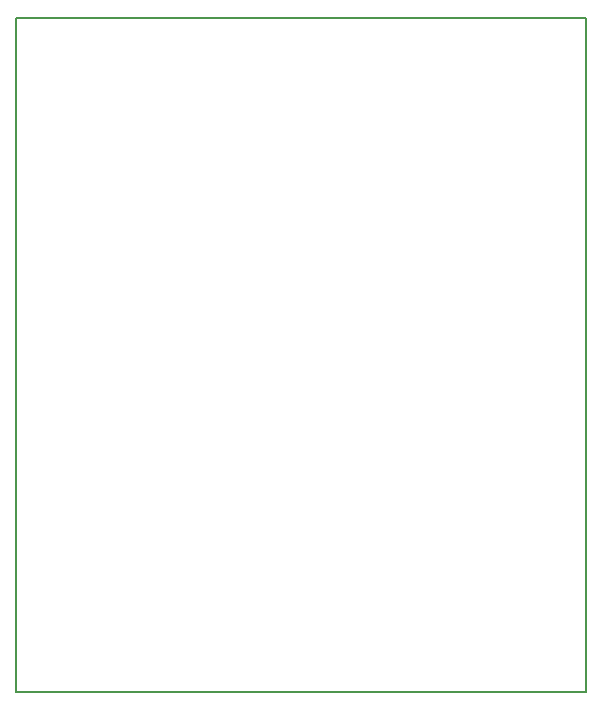
<source format=gm1>
G04 MADE WITH FRITZING*
G04 WWW.FRITZING.ORG*
G04 DOUBLE SIDED*
G04 HOLES PLATED*
G04 CONTOUR ON CENTER OF CONTOUR VECTOR*
%ASAXBY*%
%FSLAX23Y23*%
%MOIN*%
%OFA0B0*%
%SFA1.0B1.0*%
%ADD10R,1.909330X2.253490*%
%ADD11C,0.008000*%
%ADD10C,0.008*%
%LNCONTOUR*%
G90*
G70*
G54D10*
G54D11*
X4Y2249D02*
X1905Y2249D01*
X1905Y4D01*
X4Y4D01*
X4Y2249D01*
D02*
G04 End of contour*
M02*
</source>
